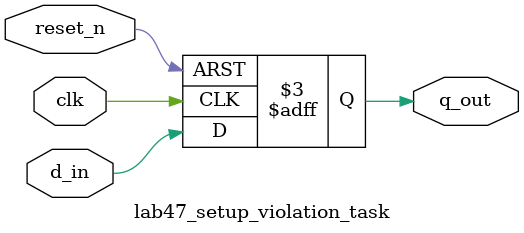
<source format=v>
`timescale 1ns / 1ps


module lab47_setup_violation_task(
                        input d_in,
                        input clk, reset_n,
                        output reg q_out
    );
    
    always @(posedge clk or negedge reset_n)
    begin
        if(!reset_n)
            q_out <= 1'b0;
        else
             q_out <= d_in;
    end
    
specify
    specparam tsu = 1;
    $setup(d_in, posedge clk , tsu);
endspecify
    
   endmodule 
  


</source>
